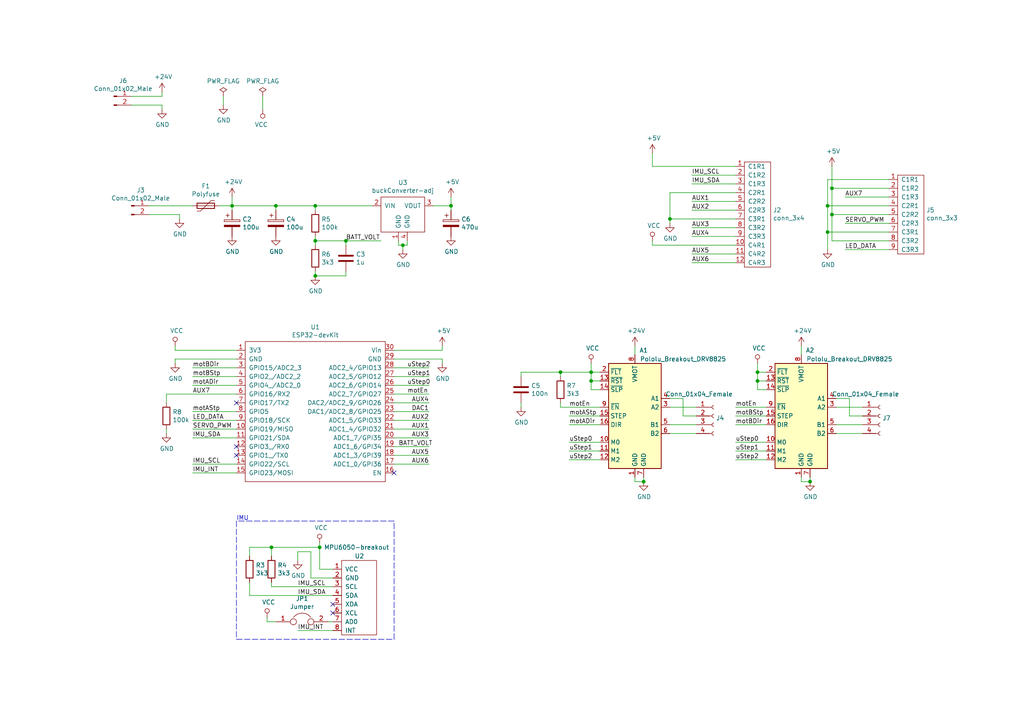
<source format=kicad_sch>
(kicad_sch (version 20231120) (generator "eeschema") (generator_version "8.0")
  (paper "A4")
  (title_block (title "Self Balncing Robot") (rev "v3") (company "Digital Systems Project") (comment 1 "Amirhossein Babapour, Alireza Sadeghi") (comment 2 "Group Members: Mehrzad Golabi, Mohammad Haratizadeh, "))
  (lib_symbols
    (symbol "Device:C" (pin_numbers hide) (pin_names (offset 0.254))
      (property "Reference" "C" (at 0.635 2.54 0))
      (property "Value" "C" (at 0.635 -2.54 0))
      (symbol "C_0_1"
        (polyline (pts (xy -2.032 -0.762) (xy 2.032 -0.762)) (stroke (width 0.508)))
        (polyline (pts (xy -2.032 0.762) (xy 2.032 0.762)) (stroke (width 0.508)))
      )
      (symbol "C_1_1"
        (pin passive line (at 0 3.81 270) (length 2.794) (name "~") (number "1"))
        (pin passive line (at 0 -3.81 90) (length 2.794) (name "~") (number "2"))
      )
    )
    (symbol "Device:Polyfuse" (pin_numbers hide) (pin_names (offset 0))
      (property "Reference" "F" (at -2.54 0 90))
      (property "Value" "Polyfuse" (at 2.54 0 90))
      (symbol "Polyfuse_0_1"
        (rectangle (start -0.762 2.54) (end 0.762 -2.54) (stroke (width 0.254)))
        (polyline (pts (xy 0 2.54) (xy 0 -2.54)))
        (polyline (pts (xy -1.524 2.54) (xy -1.524 1.524) (xy 1.524 -1.524) (xy 1.524 -2.54)))
      )
      (symbol "Polyfuse_1_1"
        (pin passive line (at 0 3.81 270) (length 1.27) (name "~") (number "1"))
        (pin passive line (at 0 -3.81 90) (length 1.27) (name "~") (number "2"))
      )
    )
    (symbol "Device:R" (pin_numbers hide) (pin_names (offset 0))
      (property "Reference" "R" (at 2.032 0 90))
      (property "Value" "R" (at 0 0 90))
      (symbol "R_0_1"
        (rectangle (start -1.016 -2.54) (end 1.016 2.54) (stroke (width 0.254)))
      )
      (symbol "R_1_1"
        (pin passive line (at 0 3.81 270) (length 1.27) (name "~") (number "1"))
        (pin passive line (at 0 -3.81 90) (length 1.27) (name "~") (number "2"))
      )
    )
    (symbol "Driver_Motor:Pololu_Breakout_DRV8825"
      (property "Reference" "A" (at -2.54 16.51 0))
      (property "Value" "Pololu_Breakout_DRV8825" (at -2.54 13.97 0))
      (symbol "Pololu_Breakout_DRV8825_0_1"
        (rectangle (start 7.62 -17.78) (end -7.62 12.7) (stroke (width 0.254)) (fill (type background)))
      )
      (symbol "Pololu_Breakout_DRV8825_1_1"
        (pin power_in line (at 0 -20.32 90) (length 2.54) (name "GND") (number "1"))
        (pin input line (at -10.16 -10.16 0) (length 2.54) (name "M0") (number "10"))
        (pin input line (at -10.16 -12.7 0) (length 2.54) (name "M1") (number "11"))
        (pin input line (at -10.16 -15.24 0) (length 2.54) (name "M2") (number "12"))
        (pin input line (at -10.16 7.62 0) (length 2.54) (name "~{RST}") (number "13"))
        (pin input line (at -10.16 5.08 0) (length 2.54) (name "~{SLP}") (number "14"))
        (pin input line (at -10.16 -2.54 0) (length 2.54) (name "STEP") (number "15"))
        (pin input line (at -10.16 -5.08 0) (length 2.54) (name "DIR") (number "16"))
        (pin output line (at -10.16 10.16 0) (length 2.54) (name "~{FLT}") (number "2"))
        (pin output line (at 10.16 0 180) (length 2.54) (name "A2") (number "3"))
        (pin output line (at 10.16 2.54 180) (length 2.54) (name "A1") (number "4"))
        (pin output line (at 10.16 -5.08 180) (length 2.54) (name "B1") (number "5"))
        (pin output line (at 10.16 -7.62 180) (length 2.54) (name "B2") (number "6"))
        (pin power_in line (at 2.54 -20.32 90) (length 2.54) (name "GND") (number "7"))
        (pin power_in line (at 0 15.24 270) (length 2.54) (name "VMOT") (number "8"))
        (pin input line (at -10.16 0 0) (length 2.54) (name "~{EN}") (number "9"))
      )
    )
    (symbol "pendulumRobotModule-rescue:+24V-power" (power) (pin_names (offset 0))
      (property "Value" "power:+24V" (at 0 3.556 0))
      (symbol "+24V-power_0_1"
        (polyline (pts (xy -0.762 1.27) (xy 0 2.54)))
        (polyline (pts (xy 0 0) (xy 0 2.54)))
        (polyline (pts (xy 0 2.54) (xy 0.762 1.27)))
      )
      (symbol "+24V-power_1_1"
        (pin power_in line (at 0 0 90) (length 0) hide (name "+24V") (number "1"))
      )
    )
    (symbol "pendulumRobotModule-rescue:+5V-power" (power) (pin_names (offset 0))
      (property "Value" "power:+5V" (at 0 3.556 0))
      (symbol "+5V-power_0_1"
        (polyline (pts (xy -0.762 1.27) (xy 0 2.54)))
        (polyline (pts (xy 0 0) (xy 0 2.54)))
        (polyline (pts (xy 0 2.54) (xy 0.762 1.27)))
      )
      (symbol "+5V-power_1_1"
        (pin power_in line (at 0 0 90) (length 0) hide (name "+5V") (number "1"))
      )
    )
    (symbol "pendulumRobotModule-rescue:CP-Device" (pin_numbers hide) (pin_names (offset 0.254))
      (property "Reference" "C" (at 0.635 2.54 0))
      (property "Value" "Device:CP" (at 0.635 -2.54 0))
      (symbol "CP-Device_0_1"
        (rectangle (start -2.286 0.508) (end -2.286 1.016))
        (rectangle (start -2.286 0.508) (end 2.286 0.508))
        (polyline (pts (xy -1.778 2.286) (xy -0.762 2.286)))
        (polyline (pts (xy -1.27 2.794) (xy -1.27 1.778)))
        (rectangle (start 2.286 -0.508) (end -2.286 -1.016) (fill (type outline)))
        (rectangle (start 2.286 1.016) (end -2.286 1.016))
        (rectangle (start 2.286 1.016) (end 2.286 0.508))
      )
      (symbol "CP-Device_1_1"
        (pin passive line (at 0 3.81 270) (length 2.794) (name "~") (number "1"))
        (pin passive line (at 0 -3.81 90) (length 2.794) (name "~") (number "2"))
      )
    )
    (symbol "pendulumRobotModule-rescue:Conn_01x02_Male-Connector" (pin_names (offset 1.016) hide)
      (property "Reference" "J" (at 0 2.54 0))
      (property "Value" "Connector:Conn_01x02_Male" (at 0 -5.08 0))
      (symbol "Conn_01x02_Male-Connector_1_1"
        (polyline (pts (xy 1.27 -2.54) (xy 0.8636 -2.54)) (stroke (width 0.1524)))
        (polyline (pts (xy 1.27 0) (xy 0.8636 0)) (stroke (width 0.1524)))
        (rectangle (start 0.8636 -2.413) (end 0 -2.667) (stroke (width 0.1524)) (fill (type outline)))
        (rectangle (start 0.8636 0.127) (end 0 -0.127) (stroke (width 0.1524)) (fill (type outline)))
        (pin passive line (at 5.08 0 180) (length 3.81) (name "Pin_1") (number "1"))
        (pin passive line (at 5.08 -2.54 180) (length 3.81) (name "Pin_2") (number "2"))
      )
    )
    (symbol "pendulumRobotModule-rescue:Conn_01x04_Female-Connector" (pin_names (offset 1.016) hide)
      (property "Reference" "J" (at 0 5.08 0))
      (property "Value" "Connector:Conn_01x04_Female" (at 0 -7.62 0))
      (symbol "Conn_01x04_Female-Connector_1_1"
        (arc (start 0 -4.572) (mid -0.508 -5.08) (end 0 -5.588) (stroke (width 0.1524)))
        (arc (start 0 -2.032) (mid -0.508 -2.54) (end 0 -3.048) (stroke (width 0.1524)))
        (polyline (pts (xy -1.27 -5.08) (xy -0.508 -5.08)) (stroke (width 0.1524)))
        (polyline (pts (xy -1.27 -2.54) (xy -0.508 -2.54)) (stroke (width 0.1524)))
        (polyline (pts (xy -1.27 0) (xy -0.508 0)) (stroke (width 0.1524)))
        (polyline (pts (xy -1.27 2.54) (xy -0.508 2.54)) (stroke (width 0.1524)))
        (arc (start 0 0.508) (mid -0.508 0) (end 0 -0.508) (stroke (width 0.1524)))
        (arc (start 0 3.048) (mid -0.508 2.54) (end 0 2.032) (stroke (width 0.1524)))
        (pin passive line (at -5.08 2.54 0) (length 3.81) (name "Pin_1") (number "1"))
        (pin passive line (at -5.08 0 0) (length 3.81) (name "Pin_2") (number "2"))
        (pin passive line (at -5.08 -2.54 0) (length 3.81) (name "Pin_3") (number "3"))
        (pin passive line (at -5.08 -5.08 0) (length 3.81) (name "Pin_4") (number "4"))
      )
    )
    (symbol "pendulumRobotModule-rescue:ESP32-devKit-myLib" (pin_names (offset 1.016))
      (property "Reference" "U" (at 0 -43.18 0))
      (property "Value" "myLib:ESP32-devKit" (at 0 0 0))
      (symbol "ESP32-devKit-myLib_0_1"
        (rectangle (start 20.32 -1.27) (end -20.32 -41.91))
      )
      (symbol "ESP32-devKit-myLib_1_1"
        (pin power_in line (at -22.86 -3.81 0) (length 2.54) (name "3V3") (number "1"))
        (pin bidirectional line (at -22.86 -26.67 0) (length 2.54) (name "GPIO19/MISO") (number "10"))
        (pin bidirectional line (at -22.86 -29.21 0) (length 2.54) (name "GPIO21/SDA") (number "11"))
        (pin bidirectional line (at -22.86 -31.75 0) (length 2.54) (name "GPIO3_/RX0") (number "12"))
        (pin bidirectional line (at -22.86 -34.29 0) (length 2.54) (name "GPIO1_/TX0") (number "13"))
        (pin bidirectional line (at -22.86 -36.83 0) (length 2.54) (name "GPIO22/SCL") (number "14"))
        (pin bidirectional line (at -22.86 -39.37 0) (length 2.54) (name "GPIO23/MOSI") (number "15"))
        (pin bidirectional line (at 22.86 -39.37 180) (length 2.54) (name "EN") (number "16"))
        (pin bidirectional line (at 22.86 -36.83 180) (length 2.54) (name "ADC1_0/GPI36") (number "17"))
        (pin bidirectional line (at 22.86 -34.29 180) (length 2.54) (name "ADC1_3/GPI39") (number "18"))
        (pin bidirectional line (at 22.86 -31.75 180) (length 2.54) (name "ADC1_6/GPI34") (number "19"))
        (pin power_in line (at -22.86 -6.35 0) (length 2.54) (name "GND") (number "2"))
        (pin bidirectional line (at 22.86 -29.21 180) (length 2.54) (name "ADC1_7/GPI35") (number "20"))
        (pin bidirectional line (at 22.86 -26.67 180) (length 2.54) (name "ADC1_4/GPIO32") (number "21"))
        (pin bidirectional line (at 22.86 -24.13 180) (length 2.54) (name "ADC1_5/GPIO33") (number "22"))
        (pin bidirectional line (at 22.86 -21.59 180) (length 2.54) (name "DAC1/ADC2_8/GPIO25") (number "23"))
        (pin bidirectional line (at 22.86 -19.05 180) (length 2.54) (name "DAC2/ADC2_9/GPIO26") (number "24"))
        (pin bidirectional line (at 22.86 -16.51 180) (length 2.54) (name "ADC2_7/GPIO27") (number "25"))
        (pin bidirectional line (at 22.86 -13.97 180) (length 2.54) (name "ADC2_6/GPIO14") (number "26"))
        (pin bidirectional line (at 22.86 -11.43 180) (length 2.54) (name "ADC2_5/GPIO12") (number "27"))
        (pin bidirectional line (at 22.86 -8.89 180) (length 2.54) (name "ADC2_4/GPIO13") (number "28"))
        (pin power_in line (at 22.86 -6.35 180) (length 2.54) (name "GND") (number "29"))
        (pin bidirectional line (at -22.86 -8.89 0) (length 2.54) (name "GPIO15/ADC2_3") (number "3"))
        (pin power_in line (at 22.86 -3.81 180) (length 2.54) (name "Vin") (number "30"))
        (pin bidirectional line (at -22.86 -11.43 0) (length 2.54) (name "GPIO2_/ADC2_2") (number "4"))
        (pin bidirectional line (at -22.86 -13.97 0) (length 2.54) (name "GPIO4_/ADC2_0") (number "5"))
        (pin bidirectional line (at -22.86 -16.51 0) (length 2.54) (name "GPIO16/RX2") (number "6"))
        (pin bidirectional line (at -22.86 -19.05 0) (length 2.54) (name "GPIO17/TX2") (number "7"))
        (pin bidirectional line (at -22.86 -21.59 0) (length 2.54) (name "GPIO5") (number "8"))
        (pin bidirectional line (at -22.86 -24.13 0) (length 2.54) (name "GPIO18/SCK") (number "9"))
      )
    )
    (symbol "pendulumRobotModule-rescue:GND-power" (power) (pin_names (offset 0))
      (property "Value" "power:GND" (at 0 -3.81 0))
      (symbol "GND-power_0_1"
        (polyline (pts (xy 0 0) (xy 0 -1.27) (xy 1.27 -1.27) (xy 0 -2.54) (xy -1.27 -1.27) (xy 0 -1.27)))
      )
      (symbol "GND-power_1_1"
        (pin power_in line (at 0 0 270) (length 0) hide (name "GND") (number "1"))
      )
    )
    (symbol "pendulumRobotModule-rescue:Jumper-Device" (pin_names (offset 0.762) hide)
      (property "Reference" "JP" (at 0 3.81 0))
      (property "Value" "Device:Jumper" (at 0 -2.032 0))
      (symbol "Jumper-Device_0_1"
        (circle (center -2.54 0) (radius 0.889))
        (arc (start 2.5146 1.27) (mid 0.0078 2.5097) (end -2.4892 1.27))
        (circle (center 2.54 0) (radius 0.889))
        (pin passive line (at -7.62 0 0) (length 4.191) (name "1") (number "1"))
        (pin passive line (at 7.62 0 180) (length 4.191) (name "2") (number "2"))
      )
    )
    (symbol "pendulumRobotModule-rescue:MPU6050-breakout-myLib" (pin_names (offset 1.016))
      (property "Reference" "U" (at 0 -24.13 0))
      (property "Value" "myLib:MPU6050-breakout" (at 0 0 0))
      (symbol "MPU6050-breakout-myLib_0_1"
        (rectangle (start -5.08 -1.27) (end 5.08 -22.86))
      )
      (symbol "MPU6050-breakout-myLib_1_1"
        (pin power_in line (at -7.62 -3.81 0) (length 2.54) (name "VCC") (number "1"))
        (pin power_in line (at -7.62 -6.35 0) (length 2.54) (name "GND") (number "2"))
        (pin bidirectional line (at -7.62 -8.89 0) (length 2.54) (name "SCL") (number "3"))
        (pin bidirectional line (at -7.62 -11.43 0) (length 2.54) (name "SDA") (number "4"))
        (pin bidirectional line (at -7.62 -13.97 0) (length 2.54) (name "XDA") (number "5"))
        (pin bidirectional line (at -7.62 -16.51 0) (length 2.54) (name "XCL") (number "6"))
        (pin bidirectional line (at -7.62 -19.05 0) (length 2.54) (name "AD0") (number "7"))
        (pin bidirectional line (at -7.62 -21.59 0) (length 2.54) (name "INT") (number "8"))
      )
    )
    (symbol "pendulumRobotModule-rescue:PWR_FLAG-power" (power) (pin_numbers hide) (pin_names (offset 0) hide)
      (property "Value" "power:PWR_FLAG" (at 0 3.81 0))
      (symbol "PWR_FLAG-power_0_0"
        (pin power_out line (at 0 0 90) (length 0) (name "pwr") (number "1"))
      )
      (symbol "PWR_FLAG-power_0_1"
        (polyline (pts (xy 0 0) (xy 0 1.27) (xy -1.016 1.905) (xy 0 2.54) (xy 1.016 1.905) (xy 0 1.27)))
      )
    )
    (symbol "pendulumRobotModule-rescue:VCC-power" (power) (pin_names (offset 0))
      (property "Value" "power:VCC" (at 0 3.81 0))
      (symbol "VCC-power_0_1"
        (polyline (pts (xy 0 0) (xy 0 1.27)))
        (circle (center 0 1.905) (radius 0.635))
      )
      (symbol "VCC-power_1_1"
        (pin power_in line (at 0 0 90) (length 0) hide (name "VCC") (number "1"))
      )
    )
    (symbol "pendulumRobotModule-rescue:buckConverter-adj-myLib" (pin_names (offset 1.016))
      (property "Reference" "U" (at 0 0 0))
      (property "Value" "myLib:buckConverter-adj" (at 0 2.54 0))
      (symbol "buckConverter-adj-myLib_0_1"
        (rectangle (start -6.35 -1.27) (end 6.35 -11.43))
      )
      (symbol "buckConverter-adj-myLib_1_1"
        (pin power_in line (at -1.27 -13.97 90) (length 2.54) (name "GND") (number "1"))
        (pin power_in line (at -8.89 -3.81 0) (length 2.54) (name "VIN") (number "2"))
        (pin power_out line (at 8.89 -3.81 180) (length 2.54) (name "VOUT") (number "3"))
        (pin power_in line (at 1.27 -13.97 90) (length 2.54) (name "GND") (number "4"))
      )
    )
    (symbol "pendulumRobotModule-rescue:conn_3x3-myLib" (pin_names (offset 1.016))
      (property "Reference" "J" (at 0 13.97 0))
      (property "Value" "myLib:conn_3x3" (at 0 12.7 0))
      (symbol "conn_3x3-myLib_0_1"
        (rectangle (start -3.81 11.43) (end 3.81 -11.43))
      )
      (symbol "conn_3x3-myLib_1_1"
        (pin bidirectional line (at -6.35 10.16 0) (length 2.54) (name "C1R1") (number "1"))
        (pin bidirectional line (at -6.35 7.62 0) (length 2.54) (name "C1R2") (number "2"))
        (pin bidirectional line (at -6.35 5.08 0) (length 2.54) (name "C1R3") (number "3"))
        (pin bidirectional line (at -6.35 2.54 0) (length 2.54) (name "C2R1") (number "4"))
        (pin bidirectional line (at -6.35 0 0) (length 2.54) (name "C2R2") (number "5"))
        (pin bidirectional line (at -6.35 -2.54 0) (length 2.54) (name "C2R3") (number "6"))
        (pin bidirectional line (at -6.35 -5.08 0) (length 2.54) (name "C3R1") (number "7"))
        (pin bidirectional line (at -6.35 -7.62 0) (length 2.54) (name "C3R2") (number "8"))
        (pin bidirectional line (at -6.35 -10.16 0) (length 2.54) (name "C3R3") (number "9"))
      )
    )
    (symbol "pendulumRobotModule-rescue:conn_3x4-myLib" (pin_names (offset 1.016))
      (property "Reference" "J" (at 0 17.78 0))
      (property "Value" "myLib:conn_3x4" (at 0 16.51 0))
      (symbol "conn_3x4-myLib_0_1"
        (rectangle (start -3.81 15.24) (end 3.81 -15.24))
      )
      (symbol "conn_3x4-myLib_1_1"
        (pin bidirectional line (at -6.35 13.97 0) (length 2.54) (name "C1R1") (number "1"))
        (pin bidirectional line (at -6.35 -8.89 0) (length 2.54) (name "C4R1") (number "10"))
        (pin bidirectional line (at -6.35 -11.43 0) (length 2.54) (name "C4R2") (number "11"))
        (pin bidirectional line (at -6.35 -13.97 0) (length 2.54) (name "C4R3") (number "12"))
        (pin bidirectional line (at -6.35 11.43 0) (length 2.54) (name "C1R2") (number "2"))
        (pin bidirectional line (at -6.35 8.89 0) (length 2.54) (name "C1R3") (number "3"))
        (pin bidirectional line (at -6.35 6.35 0) (length 2.54) (name "C2R1") (number "4"))
        (pin bidirectional line (at -6.35 3.81 0) (length 2.54) (name "C2R2") (number "5"))
        (pin bidirectional line (at -6.35 1.27 0) (length 2.54) (name "C2R3") (number "6"))
        (pin bidirectional line (at -6.35 -1.27 0) (length 2.54) (name "C3R1") (number "7"))
        (pin bidirectional line (at -6.35 -3.81 0) (length 2.54) (name "C3R2") (number "8"))
        (pin bidirectional line (at -6.35 -6.35 0) (length 2.54) (name "C3R3") (number "9"))
      )
    )
  )
  (junction (at 241.3 62.23))
  (junction (at 240.03 67.31))
  (junction (at 91.44 59.69))
  (junction (at 219.71 110.49))
  (junction (at 162.56 107.95))
  (junction (at 194.31 63.5))
  (junction (at 171.45 107.95))
  (junction (at 91.44 80.01))
  (junction (at 67.31 59.69))
  (junction (at 234.95 139.7))
  (junction (at 130.81 59.69))
  (junction (at 91.44 69.85))
  (junction (at 78.74 158.75))
  (junction (at 116.84 71.12))
  (junction (at 80.01 59.69))
  (junction (at 240.03 59.69))
  (junction (at 186.69 139.7))
  (junction (at 92.71 158.75))
  (junction (at 171.45 110.49))
  (junction (at 100.33 69.85))
  (junction (at 219.71 107.95))
  (junction (at 241.3 54.61))
  (no_connect (at 96.52 175.26))
  (no_connect (at 68.58 129.54))
  (no_connect (at 96.52 177.8))
  (no_connect (at 68.58 116.84))
  (no_connect (at 114.3 137.16))
  (no_connect (at 68.58 132.08))
  (wire (pts (xy 194.31 55.88) (xy 194.31 63.5)))
  (wire (pts (xy 78.74 168.91) (xy 78.74 170.18)))
  (wire (pts (xy 91.44 69.85) (xy 91.44 68.58)))
  (wire (pts (xy 257.81 59.69) (xy 240.03 59.69)))
  (wire (pts (xy 240.03 72.39) (xy 240.03 67.31)))
  (wire (pts (xy 222.25 107.95) (xy 219.71 107.95)))
  (wire (pts (xy 241.3 69.85) (xy 257.81 69.85)))
  (wire (pts (xy 100.33 80.01) (xy 91.44 80.01)))
  (wire (pts (xy 76.2 27.94) (xy 76.2 31.75)))
  (wire (pts (xy 64.77 27.94) (xy 64.77 30.48)))
  (wire (pts (xy 184.15 139.7) (xy 186.69 139.7)))
  (wire (pts (xy 213.36 50.8) (xy 200.66 50.8)))
  (wire (pts (xy 162.56 107.95) (xy 162.56 109.22)))
  (wire (pts (xy 78.74 170.18) (xy 96.52 170.18)))
  (wire (pts (xy 114.3 114.3) (xy 124.46 114.3)))
  (wire (pts (xy 115.57 71.12) (xy 116.84 71.12)))
  (polyline (pts (xy 68.58 185.42) (xy 114.3 185.42)) (stroke (width 0) (type dash)))
  (wire (pts (xy 96.52 165.1) (xy 92.71 165.1)))
  (wire (pts (xy 241.3 62.23) (xy 241.3 69.85)))
  (polyline (pts (xy 68.58 151.13) (xy 68.58 185.42)) (stroke (width 0) (type dash)))
  (wire (pts (xy 173.99 123.19) (xy 165.1 123.19)))
  (wire (pts (xy 257.81 67.31) (xy 240.03 67.31)))
  (wire (pts (xy 91.44 80.01) (xy 91.44 78.74)))
  (wire (pts (xy 46.99 27.94) (xy 46.99 26.67)))
  (wire (pts (xy 257.81 64.77) (xy 245.11 64.77)))
  (wire (pts (xy 219.71 107.95) (xy 219.71 105.41)))
  (wire (pts (xy 96.52 167.64) (xy 90.17 167.64)))
  (wire (pts (xy 114.3 119.38) (xy 124.46 119.38)))
  (wire (pts (xy 128.27 104.14) (xy 128.27 105.41)))
  (wire (pts (xy 257.81 72.39) (xy 245.11 72.39)))
  (wire (pts (xy 240.03 67.31) (xy 240.03 59.69)))
  (wire (pts (xy 114.3 134.62) (xy 124.46 134.62)))
  (wire (pts (xy 213.36 60.96) (xy 200.66 60.96)))
  (wire (pts (xy 194.31 125.73) (xy 201.93 125.73)))
  (wire (pts (xy 240.03 52.07) (xy 240.03 59.69)))
  (wire (pts (xy 189.23 48.26) (xy 213.36 48.26)))
  (wire (pts (xy 114.3 132.08) (xy 124.46 132.08)))
  (wire (pts (xy 213.36 76.2) (xy 200.66 76.2)))
  (wire (pts (xy 68.58 109.22) (xy 55.88 109.22)))
  (wire (pts (xy 162.56 118.11) (xy 162.56 116.84)))
  (wire (pts (xy 46.99 30.48) (xy 46.99 31.75)))
  (wire (pts (xy 130.81 59.69) (xy 130.81 57.15)))
  (wire (pts (xy 232.41 139.7) (xy 234.95 139.7)))
  (wire (pts (xy 91.44 59.69) (xy 107.95 59.69)))
  (wire (pts (xy 114.3 124.46) (xy 124.46 124.46)))
  (wire (pts (xy 67.31 59.69) (xy 67.31 60.96)))
  (wire (pts (xy 165.1 130.81) (xy 173.99 130.81)))
  (wire (pts (xy 78.74 158.75) (xy 78.74 161.29)))
  (wire (pts (xy 242.57 115.57) (xy 246.38 115.57)))
  (wire (pts (xy 173.99 113.03) (xy 171.45 113.03)))
  (wire (pts (xy 194.31 118.11) (xy 201.93 118.11)))
  (wire (pts (xy 92.71 158.75) (xy 92.71 165.1)))
  (wire (pts (xy 68.58 124.46) (xy 55.88 124.46)))
  (wire (pts (xy 67.31 59.69) (xy 80.01 59.69)))
  (wire (pts (xy 114.3 121.92) (xy 124.46 121.92)))
  (wire (pts (xy 72.39 172.72) (xy 96.52 172.72)))
  (wire (pts (xy 100.33 71.12) (xy 100.33 69.85)))
  (wire (pts (xy 234.95 138.43) (xy 234.95 139.7)))
  (wire (pts (xy 241.3 54.61) (xy 241.3 62.23)))
  (wire (pts (xy 116.84 71.12) (xy 118.11 71.12)))
  (wire (pts (xy 213.36 73.66) (xy 200.66 73.66)))
  (wire (pts (xy 213.36 118.11) (xy 222.25 118.11)))
  (wire (pts (xy 114.3 101.6) (xy 128.27 101.6)))
  (wire (pts (xy 222.25 123.19) (xy 213.36 123.19)))
  (wire (pts (xy 171.45 110.49) (xy 171.45 107.95)))
  (wire (pts (xy 194.31 63.5) (xy 213.36 63.5)))
  (wire (pts (xy 242.57 123.19) (xy 250.19 123.19)))
  (wire (pts (xy 189.23 48.26) (xy 189.23 44.45)))
  (wire (pts (xy 194.31 55.88) (xy 213.36 55.88)))
  (wire (pts (xy 91.44 59.69) (xy 91.44 60.96)))
  (wire (pts (xy 162.56 107.95) (xy 171.45 107.95)))
  (wire (pts (xy 78.74 158.75) (xy 92.71 158.75)))
  (wire (pts (xy 257.81 62.23) (xy 241.3 62.23)))
  (wire (pts (xy 50.8 104.14) (xy 68.58 104.14)))
  (wire (pts (xy 162.56 107.95) (xy 151.13 107.95)))
  (wire (pts (xy 184.15 100.33) (xy 184.15 102.87)))
  (wire (pts (xy 68.58 137.16) (xy 55.88 137.16)))
  (wire (pts (xy 114.3 106.68) (xy 124.46 106.68)))
  (wire (pts (xy 194.31 123.19) (xy 201.93 123.19)))
  (wire (pts (xy 48.26 125.73) (xy 48.26 124.46)))
  (wire (pts (xy 91.44 71.12) (xy 91.44 69.85)))
  (wire (pts (xy 173.99 110.49) (xy 171.45 110.49)))
  (wire (pts (xy 48.26 116.84) (xy 48.26 114.3)))
  (wire (pts (xy 213.36 58.42) (xy 200.66 58.42)))
  (wire (pts (xy 100.33 69.85) (xy 91.44 69.85)))
  (wire (pts (xy 194.31 115.57) (xy 198.12 115.57)))
  (polyline (pts (xy 114.3 151.13) (xy 68.58 151.13)) (stroke (width 0) (type dash)))
  (wire (pts (xy 213.36 128.27) (xy 222.25 128.27)))
  (wire (pts (xy 219.71 113.03) (xy 219.71 110.49)))
  (wire (pts (xy 68.58 119.38) (xy 55.88 119.38)))
  (wire (pts (xy 100.33 69.85) (xy 110.49 69.85)))
  (wire (pts (xy 100.33 78.74) (xy 100.33 80.01)))
  (wire (pts (xy 189.23 71.12) (xy 213.36 71.12)))
  (wire (pts (xy 241.3 48.26) (xy 241.3 54.61)))
  (wire (pts (xy 78.74 158.75) (xy 72.39 158.75)))
  (wire (pts (xy 92.71 157.48) (xy 92.71 158.75)))
  (wire (pts (xy 96.52 180.34) (xy 95.25 180.34)))
  (wire (pts (xy 232.41 138.43) (xy 232.41 139.7)))
  (wire (pts (xy 80.01 60.96) (xy 80.01 59.69)))
  (wire (pts (xy 213.36 133.35) (xy 222.25 133.35)))
  (wire (pts (xy 50.8 101.6) (xy 50.8 100.33)))
  (wire (pts (xy 165.1 128.27) (xy 173.99 128.27)))
  (wire (pts (xy 242.57 125.73) (xy 250.19 125.73)))
  (wire (pts (xy 125.73 59.69) (xy 130.81 59.69)))
  (wire (pts (xy 38.1 30.48) (xy 46.99 30.48)))
  (wire (pts (xy 130.81 60.96) (xy 130.81 59.69)))
  (wire (pts (xy 213.36 66.04) (xy 200.66 66.04)))
  (wire (pts (xy 232.41 100.33) (xy 232.41 102.87)))
  (wire (pts (xy 68.58 106.68) (xy 55.88 106.68)))
  (wire (pts (xy 118.11 71.12) (xy 118.11 69.85)))
  (wire (pts (xy 38.1 27.94) (xy 46.99 27.94)))
  (wire (pts (xy 86.36 160.02) (xy 86.36 162.56)))
  (wire (pts (xy 43.18 59.69) (xy 55.88 59.69)))
  (wire (pts (xy 222.25 120.65) (xy 213.36 120.65)))
  (wire (pts (xy 91.44 59.69) (xy 80.01 59.69)))
  (wire (pts (xy 50.8 104.14) (xy 50.8 105.41)))
  (wire (pts (xy 189.23 71.12) (xy 189.23 69.85)))
  (wire (pts (xy 50.8 101.6) (xy 68.58 101.6)))
  (wire (pts (xy 257.81 52.07) (xy 240.03 52.07)))
  (wire (pts (xy 115.57 71.12) (xy 115.57 69.85)))
  (wire (pts (xy 72.39 172.72) (xy 72.39 168.91)))
  (wire (pts (xy 43.18 62.23) (xy 52.07 62.23)))
  (wire (pts (xy 96.52 182.88) (xy 86.36 182.88)))
  (wire (pts (xy 128.27 101.6) (xy 128.27 100.33)))
  (wire (pts (xy 171.45 107.95) (xy 171.45 105.41)))
  (wire (pts (xy 257.81 54.61) (xy 241.3 54.61)))
  (wire (pts (xy 219.71 110.49) (xy 219.71 107.95)))
  (wire (pts (xy 77.47 180.34) (xy 77.47 179.07)))
  (wire (pts (xy 68.58 134.62) (xy 55.88 134.62)))
  (wire (pts (xy 171.45 113.03) (xy 171.45 110.49)))
  (wire (pts (xy 162.56 118.11) (xy 173.99 118.11)))
  (wire (pts (xy 222.25 110.49) (xy 219.71 110.49)))
  (wire (pts (xy 213.36 53.34) (xy 200.66 53.34)))
  (wire (pts (xy 114.3 116.84) (xy 124.46 116.84)))
  (wire (pts (xy 72.39 158.75) (xy 72.39 161.29)))
  (wire (pts (xy 151.13 107.95) (xy 151.13 109.22)))
  (wire (pts (xy 67.31 59.69) (xy 67.31 57.15)))
  (wire (pts (xy 114.3 104.14) (xy 128.27 104.14)))
  (wire (pts (xy 151.13 116.84) (xy 151.13 118.11)))
  (wire (pts (xy 198.12 115.57) (xy 198.12 120.65)))
  (wire (pts (xy 114.3 111.76) (xy 124.46 111.76)))
  (wire (pts (xy 222.25 113.03) (xy 219.71 113.03)))
  (wire (pts (xy 198.12 120.65) (xy 201.93 120.65)))
  (wire (pts (xy 116.84 71.12) (xy 116.84 72.39)))
  (wire (pts (xy 80.01 180.34) (xy 77.47 180.34)))
  (wire (pts (xy 194.31 64.77) (xy 194.31 63.5)))
  (wire (pts (xy 173.99 107.95) (xy 171.45 107.95)))
  (wire (pts (xy 165.1 133.35) (xy 173.99 133.35)))
  (wire (pts (xy 184.15 138.43) (xy 184.15 139.7)))
  (wire (pts (xy 63.5 59.69) (xy 67.31 59.69)))
  (wire (pts (xy 250.19 118.11) (xy 242.57 118.11)))
  (wire (pts (xy 114.3 109.22) (xy 124.46 109.22)))
  (wire (pts (xy 246.38 115.57) (xy 246.38 120.65)))
  (wire (pts (xy 68.58 127) (xy 55.88 127)))
  (wire (pts (xy 114.3 129.54) (xy 124.46 129.54)))
  (wire (pts (xy 90.17 167.64) (xy 90.17 160.02)))
  (wire (pts (xy 246.38 120.65) (xy 250.19 120.65)))
  (wire (pts (xy 90.17 160.02) (xy 86.36 160.02)))
  (wire (pts (xy 114.3 127) (xy 124.46 127)))
  (wire (pts (xy 213.36 68.58) (xy 200.66 68.58)))
  (wire (pts (xy 186.69 138.43) (xy 186.69 139.7)))
  (polyline (pts (xy 114.3 185.42) (xy 114.3 151.13)) (stroke (width 0) (type dash)))
  (wire (pts (xy 213.36 130.81) (xy 222.25 130.81)))
  (wire (pts (xy 55.88 111.76) (xy 68.58 111.76)))
  (wire (pts (xy 68.58 121.92) (xy 55.88 121.92)))
  (wire (pts (xy 48.26 114.3) (xy 68.58 114.3)))
  (wire (pts (xy 245.11 57.15) (xy 257.81 57.15)))
  (wire (pts (xy 52.07 62.23) (xy 52.07 63.5)))
  (wire (pts (xy 165.1 120.65) (xy 173.99 120.65)))
  (text "IMU" (at 68.58 151.13 0) (effects (font (size 1.27 1.27)) (justify left bottom)))
  (label "LED_DATA" (at 245.11 72.39 0))
  (label "motEn" (at 213.36 118.11 0))
  (label "AUX4" (at 119.38 116.84 0))
  (label "motADir" (at 55.88 111.76 0))
  (label "AUX2" (at 119.38 121.92 0))
  (label "IMU_INT" (at 86.36 182.88 0))
  (label "AUX1" (at 200.66 58.42 0))
  (label "IMU_SCL" (at 86.36 170.18 0))
  (label "uStep2" (at 165.1 133.35 0))
  (label "AUX6" (at 200.66 76.2 0))
  (label "IMU_SDA" (at 55.88 127 0))
  (label "AUX4" (at 200.66 68.58 0))
  (label "uStep0" (at 213.36 128.27 0))
  (label "IMU_INT" (at 55.88 137.16 0))
  (label "IMU_SCL" (at 200.66 50.8 0))
  (label "AUX6" (at 119.38 134.62 0))
  (label "motAStp" (at 165.1 120.65 0))
  (label "SERVO_PWM" (at 245.11 64.77 0))
  (label "IMU_SCL" (at 55.88 134.62 0))
  (label "motADir" (at 165.1 123.19 0))
  (label "DAC1" (at 119.38 119.38 0))
  (label "LED_DATA" (at 55.88 121.92 0))
  (label "motAStp" (at 55.88 119.38 0))
  (label "AUX5" (at 119.38 132.08 0))
  (label "uStep0" (at 165.1 128.27 0))
  (label "motBDir" (at 213.36 123.19 0))
  (label "IMU_SDA" (at 86.36 172.72 0))
  (label "AUX3" (at 200.66 66.04 0))
  (label "SERVO_PWM" (at 55.88 124.46 0))
  (label "uStep0" (at 118.11 111.76 0))
  (label "AUX5" (at 200.66 73.66 0))
  (label "uStep2" (at 118.11 106.68 0))
  (label "AUX2" (at 200.66 60.96 0))
  (label "uStep1" (at 118.11 109.22 0))
  (label "BATT_VOLT" (at 100.33 69.85 0))
  (label "BATT_VOLT" (at 115.57 129.54 0))
  (label "AUX7" (at 55.88 114.3 0))
  (label "uStep1" (at 165.1 130.81 0))
  (label "uStep2" (at 213.36 133.35 0))
  (label "AUX3" (at 119.38 127 0))
  (label "motBDir" (at 55.88 106.68 0))
  (label "motEn" (at 118.11 114.3 0))
  (label "AUX7" (at 245.11 57.15 0))
  (label "IMU_SDA" (at 200.66 53.34 0))
  (label "motBStp" (at 213.36 120.65 0))
  (label "AUX1" (at 119.38 124.46 0))
  (label "motBStp" (at 55.88 109.22 0))
  (label "motEn" (at 165.1 118.11 0))
  (label "uStep1" (at 213.36 130.81 0))
  (symbol (lib_id "Driver_Motor:Pololu_Breakout_DRV8825") (at 184.15 118.11 0) (unit 1)
    (property "Reference" "A1" (at 186.69 101.6 0))
    (property "Value" "Pololu_Breakout_DRV8825" (at 198.12 104.14 0))
    (property "Footprint" "mylib:DRV8825-breakout" (effects (hide yes)))
    (property "Datasheet" "https://www.pololu.com/product/2982" (effects (hide yes)))
  )
  (symbol (lib_id "Driver_Motor:Pololu_Breakout_DRV8825") (at 232.41 118.11 0) (unit 1)
    (property "Reference" "A2" (at 234.95 101.6 0))
    (property "Value" "Pololu_Breakout_DRV8825" (at 246.38 104.14 0))
    (property "Footprint" "mylib:DRV8825-breakout" (effects (hide yes)))
    (property "Datasheet" "https://www.pololu.com/product/2982" (effects (hide yes)))
  )
  (symbol (lib_id "pendulumRobotModule-rescue:ESP32-devKit-myLib") (at 91.44 97.79 0) (unit 1)
    (property "Reference" "U1" (at 91.44 94.869 0))
    (property "Value" "ESP32-devKit" (at 91.44 97.1804 0))
    (property "Footprint" "mylib:ESP32-devkit-30p" (effects (hide yes)))
  )
  (symbol (lib_id "pendulumRobotModule-rescue:Conn_01x02_Male-Connector") (at 38.1 59.69 0) (unit 1)
    (property "Reference" "J3" (at 40.7924 55.1688 0))
    (property "Value" "Conn_01x02_Male" (at 40.7924 57.4802 0))
    (property "Footprint" "mylib:wirePad-2x-2mm" (effects (hide yes)))
  )
  (symbol (lib_id "pendulumRobotModule-rescue:GND-power") (at 52.07 63.5 0) (unit 1)
    (property "Reference" "#PWR0101" (effects (hide yes)))
    (property "Value" "GND" (at 52.197 67.8942 0))
  )
  (symbol (lib_id "pendulumRobotModule-rescue:+24V-power") (at 67.31 57.15 0) (unit 1)
    (property "Reference" "#PWR0102" (effects (hide yes)))
    (property "Value" "+24V" (at 67.691 52.7558 0))
  )
  (symbol (lib_id "pendulumRobotModule-rescue:CP-Device") (at 67.31 64.77 0) (unit 1)
    (property "Reference" "C2" (at 70.3072 63.6016 0) (effects (justify left)))
    (property "Value" "100u" (at 70.3072 65.913 0) (effects (justify left)))
    (property "Footprint" "Capacitors_THT:CP_Radial_D8.0mm_P2.50mm" (effects (hide yes)))
  )
  (symbol (lib_id "pendulumRobotModule-rescue:GND-power") (at 67.31 68.58 0) (unit 1)
    (property "Reference" "#PWR0103" (effects (hide yes)))
    (property "Value" "GND" (at 67.437 72.9742 0))
  )
  (symbol (lib_id "Device:R") (at 91.44 64.77 0) (unit 1)
    (property "Reference" "R5" (at 93.218 63.6016 0) (effects (justify left)))
    (property "Value" "100k" (at 93.218 65.913 0) (effects (justify left)))
    (property "Footprint" "Resistors_SMD:R_0805_HandSoldering" (effects (hide yes)))
  )
  (symbol (lib_id "Device:R") (at 91.44 74.93 0) (unit 1)
    (property "Reference" "R6" (at 93.218 73.7616 0) (effects (justify left)))
    (property "Value" "3k3" (at 93.218 76.073 0) (effects (justify left)))
    (property "Footprint" "Resistors_SMD:R_0805_HandSoldering" (effects (hide yes)))
  )
  (symbol (lib_id "pendulumRobotModule-rescue:GND-power") (at 91.44 80.01 0) (unit 1)
    (property "Reference" "#PWR0104" (effects (hide yes)))
    (property "Value" "GND" (at 91.567 84.4042 0))
  )
  (symbol (lib_id "Device:C") (at 100.33 74.93 0) (unit 1)
    (property "Reference" "C3" (at 103.251 73.7616 0) (effects (justify left)))
    (property "Value" "1u" (at 103.251 76.073 0) (effects (justify left)))
    (property "Footprint" "Capacitors_SMD:C_0805_HandSoldering" (effects (hide yes)))
  )
  (symbol (lib_id "pendulumRobotModule-rescue:Conn_01x04_Female-Connector") (at 207.01 120.65 0) (unit 1)
    (property "Reference" "J4" (at 207.6958 121.2596 0) (effects (justify left)))
    (property "Value" "Conn_01x04_Female" (at 193.04 114.3 0) (effects (justify left)))
    (property "Footprint" "Socket_Strips:Socket_Strip_Straight_1x04_Pitch2.54mm" (effects (hide yes)))
  )
  (symbol (lib_id "pendulumRobotModule-rescue:Conn_01x04_Female-Connector") (at 255.27 120.65 0) (unit 1)
    (property "Reference" "J7" (at 255.9558 121.2596 0) (effects (justify left)))
    (property "Value" "Conn_01x04_Female" (at 241.3 114.3 0) (effects (justify left)))
    (property "Footprint" "Socket_Strips:Socket_Strip_Straight_1x04_Pitch2.54mm" (effects (hide yes)))
  )
  (symbol (lib_id "pendulumRobotModule-rescue:MPU6050-breakout-myLib") (at 104.14 161.29 0) (unit 1)
    (property "Reference" "U2" (at 102.87 161.29 0) (effects (justify left)))
    (property "Value" "MPU6050-breakout" (at 93.98 158.75 0) (effects (justify left)))
    (property "Footprint" "mylib:MPU6050-breakout-angledHeader" (effects (hide yes)))
  )
  (symbol (lib_id "pendulumRobotModule-rescue:VCC-power") (at 50.8 100.33 0) (unit 1)
    (property "Reference" "#PWR0106" (effects (hide yes)))
    (property "Value" "VCC" (at 51.2318 95.9358 0))
  )
  (symbol (lib_id "pendulumRobotModule-rescue:GND-power") (at 50.8 105.41 0) (unit 1)
    (property "Reference" "#PWR0107" (effects (hide yes)))
    (property "Value" "GND" (at 50.927 109.8042 0))
  )
  (symbol (lib_id "pendulumRobotModule-rescue:GND-power") (at 128.27 105.41 0) (unit 1)
    (property "Reference" "#PWR0108" (effects (hide yes)))
    (property "Value" "GND" (at 128.397 109.8042 0))
  )
  (symbol (lib_id "pendulumRobotModule-rescue:+5V-power") (at 128.27 100.33 0) (unit 1)
    (property "Reference" "#PWR0109" (effects (hide yes)))
    (property "Value" "+5V" (at 128.651 95.9358 0))
  )
  (symbol (lib_id "Device:R") (at 72.39 165.1 0) (unit 1)
    (property "Reference" "R3" (at 74.168 163.9316 0) (effects (justify left)))
    (property "Value" "3k3" (at 74.168 166.243 0) (effects (justify left)))
    (property "Footprint" "Resistors_SMD:R_0805_HandSoldering" (effects (hide yes)))
  )
  (symbol (lib_id "Device:R") (at 78.74 165.1 0) (unit 1)
    (property "Reference" "R4" (at 80.518 163.9316 0) (effects (justify left)))
    (property "Value" "3k3" (at 80.518 166.243 0) (effects (justify left)))
    (property "Footprint" "Resistors_SMD:R_0805_HandSoldering" (effects (hide yes)))
  )
  (symbol (lib_id "pendulumRobotModule-rescue:VCC-power") (at 92.71 157.48 0) (unit 1)
    (property "Reference" "#PWR0110" (effects (hide yes)))
    (property "Value" "VCC" (at 93.1418 153.0858 0))
  )
  (symbol (lib_id "pendulumRobotModule-rescue:GND-power") (at 86.36 162.56 0) (unit 1)
    (property "Reference" "#PWR0111" (effects (hide yes)))
    (property "Value" "GND" (at 86.487 166.9542 0))
  )
  (symbol (lib_id "pendulumRobotModule-rescue:GND-power") (at 186.69 139.7 0) (unit 1)
    (property "Reference" "#PWR0112" (effects (hide yes)))
    (property "Value" "GND" (at 186.817 144.0942 0))
  )
  (symbol (lib_id "pendulumRobotModule-rescue:GND-power") (at 234.95 139.7 0) (unit 1)
    (property "Reference" "#PWR0113" (effects (hide yes)))
    (property "Value" "GND" (at 235.077 144.0942 0))
  )
  (symbol (lib_id "pendulumRobotModule-rescue:+24V-power") (at 184.15 100.33 0) (unit 1)
    (property "Reference" "#PWR0114" (effects (hide yes)))
    (property "Value" "+24V" (at 184.531 95.9358 0))
  )
  (symbol (lib_id "pendulumRobotModule-rescue:+24V-power") (at 232.41 100.33 0) (unit 1)
    (property "Reference" "#PWR0115" (effects (hide yes)))
    (property "Value" "+24V" (at 232.791 95.9358 0))
  )
  (symbol (lib_id "pendulumRobotModule-rescue:VCC-power") (at 171.45 105.41 0) (unit 1)
    (property "Reference" "#PWR0116" (effects (hide yes)))
    (property "Value" "VCC" (at 171.8818 101.0158 0))
  )
  (symbol (lib_id "Device:Polyfuse") (at 59.69 59.69 270) (unit 1)
    (property "Reference" "F1" (at 59.69 53.975 90))
    (property "Value" "Polyfuse" (at 59.69 56.2864 90))
    (property "Footprint" "mylib:polyfuse-5.08mm" (effects (hide yes)))
  )
  (symbol (lib_id "pendulumRobotModule-rescue:VCC-power") (at 219.71 105.41 0) (unit 1)
    (property "Reference" "#PWR0117" (effects (hide yes)))
    (property "Value" "VCC" (at 220.1418 101.0158 0))
  )
  (symbol (lib_id "pendulumRobotModule-rescue:conn_3x3-myLib") (at 264.16 62.23 0) (unit 1)
    (property "Reference" "J5" (at 268.6558 60.9346 0) (effects (justify left)))
    (property "Value" "conn_3x3" (at 268.6558 63.246 0) (effects (justify left)))
    (property "Footprint" "mylib:pinHeader_3x3" (effects (hide yes)))
  )
  (symbol (lib_id "pendulumRobotModule-rescue:conn_3x4-myLib") (at 219.71 62.23 0) (unit 1)
    (property "Reference" "J2" (at 224.2058 60.9346 0) (effects (justify left)))
    (property "Value" "conn_3x4" (at 224.2058 63.246 0) (effects (justify left)))
    (property "Footprint" "mylib:pinHeader_3x4" (effects (hide yes)))
  )
  (symbol (lib_id "Device:C") (at 151.13 113.03 0) (unit 1)
    (property "Reference" "C5" (at 154.051 111.8616 0) (effects (justify left)))
    (property "Value" "100n" (at 154.051 114.173 0) (effects (justify left)))
    (property "Footprint" "Capacitors_SMD:C_0805_HandSoldering" (effects (hide yes)))
  )
  (symbol (lib_id "pendulumRobotModule-rescue:Jumper-Device") (at 87.63 180.34 0) (unit 1)
    (property "Reference" "JP1" (at 87.63 173.6344 0))
    (property "Value" "Jumper" (at 87.63 175.9458 0))
    (property "Footprint" "Connectors:GS2" (effects (hide yes)))
  )
  (symbol (lib_id "pendulumRobotModule-rescue:GND-power") (at 151.13 118.11 0) (unit 1)
    (property "Reference" "#PWR0126" (effects (hide yes)))
    (property "Value" "GND" (at 151.257 122.5042 0))
  )
  (symbol (lib_id "pendulumRobotModule-rescue:+5V-power") (at 241.3 48.26 0) (unit 1)
    (property "Reference" "#PWR0118" (effects (hide yes)))
    (property "Value" "+5V" (at 241.681 43.8658 0))
  )
  (symbol (lib_id "pendulumRobotModule-rescue:VCC-power") (at 77.47 179.07 0) (unit 1)
    (property "Reference" "#PWR0120" (effects (hide yes)))
    (property "Value" "VCC" (at 77.9018 174.6758 0))
  )
  (symbol (lib_id "pendulumRobotModule-rescue:buckConverter-adj-myLib") (at 116.84 55.88 0) (unit 1)
    (property "Reference" "U3" (at 116.84 52.959 0))
    (property "Value" "buckConverter-adj" (at 116.84 55.2704 0))
    (property "Footprint" "mylib:buck-converter-adj" (effects (hide yes)))
  )
  (symbol (lib_id "pendulumRobotModule-rescue:GND-power") (at 240.03 72.39 0) (unit 1)
    (property "Reference" "#PWR0119" (effects (hide yes)))
    (property "Value" "GND" (at 240.157 76.7842 0))
  )
  (symbol (lib_id "pendulumRobotModule-rescue:GND-power") (at 116.84 72.39 0) (unit 1)
    (property "Reference" "#PWR0121" (effects (hide yes)))
    (property "Value" "GND" (at 116.967 76.7842 0))
  )
  (symbol (lib_id "pendulumRobotModule-rescue:+5V-power") (at 130.81 57.15 0) (unit 1)
    (property "Reference" "#PWR0122" (effects (hide yes)))
    (property "Value" "+5V" (at 131.191 52.7558 0))
  )
  (symbol (lib_id "pendulumRobotModule-rescue:GND-power") (at 194.31 64.77 0) (unit 1)
    (property "Reference" "#PWR0123" (effects (hide yes)))
    (property "Value" "GND" (at 194.437 69.1642 0))
  )
  (symbol (lib_id "pendulumRobotModule-rescue:+5V-power") (at 189.23 44.45 0) (unit 1)
    (property "Reference" "#PWR0124" (effects (hide yes)))
    (property "Value" "+5V" (at 189.611 40.0558 0))
  )
  (symbol (lib_id "pendulumRobotModule-rescue:VCC-power") (at 189.23 69.85 0) (unit 1)
    (property "Reference" "#PWR0125" (effects (hide yes)))
    (property "Value" "VCC" (at 189.6618 65.4558 0))
  )
  (symbol (lib_id "Device:R") (at 162.56 113.03 0) (unit 1)
    (property "Reference" "R7" (at 164.338 111.8616 0) (effects (justify left)))
    (property "Value" "3k3" (at 164.338 114.173 0) (effects (justify left)))
    (property "Footprint" "Resistors_SMD:R_0805_HandSoldering" (effects (hide yes)))
  )
  (symbol (lib_id "pendulumRobotModule-rescue:PWR_FLAG-power") (at 64.77 27.94 0) (unit 1)
    (property "Reference" "#FLG0101" (effects (hide yes)))
    (property "Value" "PWR_FLAG" (at 64.77 23.5204 0))
  )
  (symbol (lib_id "pendulumRobotModule-rescue:PWR_FLAG-power") (at 76.2 27.94 0) (unit 1)
    (property "Reference" "#FLG0102" (effects (hide yes)))
    (property "Value" "PWR_FLAG" (at 76.2 23.5204 0))
  )
  (symbol (lib_id "pendulumRobotModule-rescue:GND-power") (at 64.77 30.48 0) (unit 1)
    (property "Reference" "#PWR0127" (effects (hide yes)))
    (property "Value" "GND" (at 64.897 34.8742 0))
  )
  (symbol (lib_id "pendulumRobotModule-rescue:VCC-power") (at 76.2 31.75 180) (unit 1)
    (property "Reference" "#PWR0128" (effects (hide yes)))
    (property "Value" "VCC" (at 75.7682 36.1442 0))
  )
  (symbol (lib_id "pendulumRobotModule-rescue:CP-Device") (at 80.01 64.77 0) (unit 1)
    (property "Reference" "C4" (at 83.0072 63.6016 0) (effects (justify left)))
    (property "Value" "100u" (at 83.0072 65.913 0) (effects (justify left)))
    (property "Footprint" "Capacitors_THT:CP_Radial_D8.0mm_P2.50mm" (effects (hide yes)))
  )
  (symbol (lib_id "pendulumRobotModule-rescue:GND-power") (at 80.01 68.58 0) (unit 1)
    (property "Reference" "#PWR01" (effects (hide yes)))
    (property "Value" "GND" (at 80.137 72.9742 0))
  )
  (symbol (lib_id "Device:R") (at 48.26 120.65 0) (unit 1)
    (property "Reference" "R8" (at 50.038 119.4816 0) (effects (justify left)))
    (property "Value" "100k" (at 50.038 121.793 0) (effects (justify left)))
    (property "Footprint" "Resistors_SMD:R_0805_HandSoldering" (effects (hide yes)))
  )
  (symbol (lib_id "pendulumRobotModule-rescue:GND-power") (at 48.26 125.73 0) (unit 1)
    (property "Reference" "#PWR02" (effects (hide yes)))
    (property "Value" "GND" (at 48.387 130.1242 0))
  )
  (symbol (lib_id "pendulumRobotModule-rescue:CP-Device") (at 130.81 64.77 0) (unit 1)
    (property "Reference" "C6" (at 133.8072 63.6016 0) (effects (justify left)))
    (property "Value" "470u" (at 133.8072 65.913 0) (effects (justify left)))
    (property "Footprint" "Capacitors_THT:CP_Radial_D6.3mm_P2.50mm" (effects (hide yes)))
  )
  (symbol (lib_id "pendulumRobotModule-rescue:GND-power") (at 130.81 68.58 0) (unit 1)
    (property "Reference" "#PWR03" (effects (hide yes)))
    (property "Value" "GND" (at 130.937 72.9742 0))
  )
  (symbol (lib_id "pendulumRobotModule-rescue:Conn_01x02_Male-Connector") (at 33.02 27.94 0) (unit 1)
    (property "Reference" "J6" (at 35.7124 23.4188 0))
    (property "Value" "Conn_01x02_Male" (at 35.7124 25.7302 0))
    (property "Footprint" "mylib:pinHeader_2x1_5.08mm" (effects (hide yes)))
  )
  (symbol (lib_id "pendulumRobotModule-rescue:+24V-power") (at 46.99 26.67 0) (unit 1)
    (property "Reference" "#PWR04" (effects (hide yes)))
    (property "Value" "+24V" (at 47.371 22.2758 0))
  )
  (symbol (lib_id "pendulumRobotModule-rescue:GND-power") (at 46.99 31.75 0) (unit 1)
    (property "Reference" "#PWR05" (effects (hide yes)))
    (property "Value" "GND" (at 47.117 36.1442 0))
  )
)
</source>
